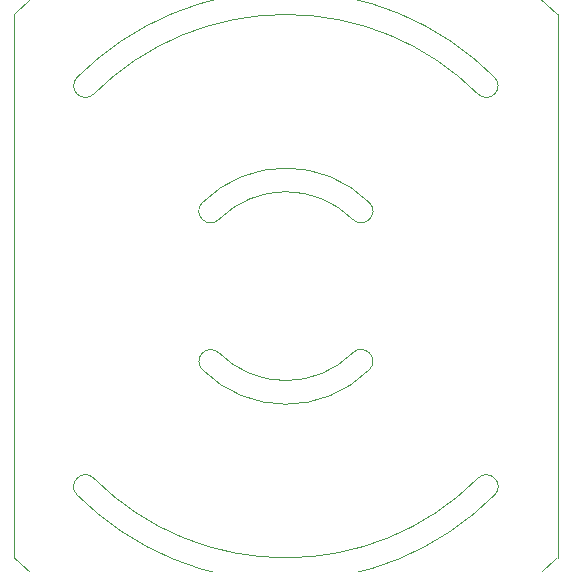
<source format=gbr>
G04 #@! TF.GenerationSoftware,KiCad,Pcbnew,(6.0.5)*
G04 #@! TF.CreationDate,2023-01-29T19:40:19+01:00*
G04 #@! TF.ProjectId,xformer_spacer,78666f72-6d65-4725-9f73-70616365722e,0.9*
G04 #@! TF.SameCoordinates,Original*
G04 #@! TF.FileFunction,Profile,NP*
%FSLAX46Y46*%
G04 Gerber Fmt 4.6, Leading zero omitted, Abs format (unit mm)*
G04 Created by KiCad (PCBNEW (6.0.5)) date 2023-01-29 19:40:19*
%MOMM*%
%LPD*%
G01*
G04 APERTURE LIST*
G04 #@! TA.AperFunction,Profile*
%ADD10C,0.100000*%
G04 #@! TD*
G04 APERTURE END LIST*
D10*
X173736544Y-116263456D02*
G75*
G03*
X206263456Y-116263456I16263456J16263456D01*
G01*
X184343146Y-105656854D02*
G75*
G03*
X182928932Y-107071068I-707107J-707107D01*
G01*
X207677670Y-117677670D02*
G75*
G03*
X206263456Y-116263456I-707107J707107D01*
G01*
X195656854Y-94343146D02*
G75*
G03*
X197071068Y-92928932I707107J707107D01*
G01*
X173736544Y-116263456D02*
G75*
G03*
X172322330Y-117677670I-707107J-707107D01*
G01*
X212999999Y-77000001D02*
G75*
G03*
X167000001Y-77000001I-22999999J-22999997D01*
G01*
X206263456Y-83736544D02*
G75*
G03*
X173736544Y-83736544I-16263456J-16263456D01*
G01*
X184343146Y-105656854D02*
G75*
G03*
X195656854Y-105656854I5656854J5656853D01*
G01*
X195656854Y-94343146D02*
G75*
G03*
X184343146Y-94343146I-5656854J-5656853D01*
G01*
X172322330Y-117677670D02*
G75*
G03*
X207677670Y-117677670I17677670J17677669D01*
G01*
X182928932Y-107071068D02*
G75*
G03*
X197071068Y-107071068I7071068J7071069D01*
G01*
X197071068Y-92928932D02*
G75*
G03*
X182928932Y-92928932I-7071068J-7071069D01*
G01*
X167000001Y-122999999D02*
G75*
G03*
X212999999Y-122999999I22999999J22999997D01*
G01*
X212999999Y-77000001D02*
X212999999Y-122999999D01*
X172322330Y-82322330D02*
G75*
G03*
X173736544Y-83736544I707107J-707107D01*
G01*
X197071068Y-107071068D02*
G75*
G03*
X195656854Y-105656854I-707107J707107D01*
G01*
X182928932Y-92928932D02*
G75*
G03*
X184343146Y-94343146I707107J-707107D01*
G01*
X207677670Y-82322330D02*
G75*
G03*
X172322330Y-82322330I-17677670J-17677669D01*
G01*
X167000001Y-77000001D02*
X167000001Y-122999999D01*
X206263456Y-83736544D02*
G75*
G03*
X207677670Y-82322330I707107J707107D01*
G01*
M02*

</source>
